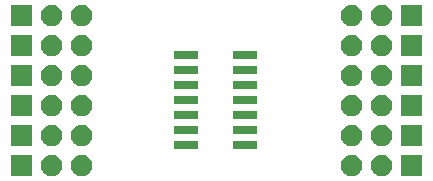
<source format=gts>
G04 #@! TF.GenerationSoftware,KiCad,Pcbnew,5.1.5+dfsg1-2build2*
G04 #@! TF.CreationDate,2021-02-08T17:23:34+09:00*
G04 #@! TF.ProjectId,v3-pwm-buffer,76332d70-776d-42d6-9275-666665722e6b,rev?*
G04 #@! TF.SameCoordinates,Original*
G04 #@! TF.FileFunction,Soldermask,Top*
G04 #@! TF.FilePolarity,Negative*
%FSLAX46Y46*%
G04 Gerber Fmt 4.6, Leading zero omitted, Abs format (unit mm)*
G04 Created by KiCad (PCBNEW 5.1.5+dfsg1-2build2) date 2021-02-08 17:23:34*
%MOMM*%
%LPD*%
G04 APERTURE LIST*
%ADD10C,0.100000*%
G04 APERTURE END LIST*
D10*
G36*
X54241000Y-56781000D02*
G01*
X52439000Y-56781000D01*
X52439000Y-54979000D01*
X54241000Y-54979000D01*
X54241000Y-56781000D01*
G37*
G36*
X83933512Y-54983927D02*
G01*
X84082812Y-55013624D01*
X84246784Y-55081544D01*
X84394354Y-55180147D01*
X84519853Y-55305646D01*
X84618456Y-55453216D01*
X84686376Y-55617188D01*
X84721000Y-55791259D01*
X84721000Y-55968741D01*
X84686376Y-56142812D01*
X84618456Y-56306784D01*
X84519853Y-56454354D01*
X84394354Y-56579853D01*
X84246784Y-56678456D01*
X84082812Y-56746376D01*
X83933512Y-56776073D01*
X83908742Y-56781000D01*
X83731258Y-56781000D01*
X83706488Y-56776073D01*
X83557188Y-56746376D01*
X83393216Y-56678456D01*
X83245646Y-56579853D01*
X83120147Y-56454354D01*
X83021544Y-56306784D01*
X82953624Y-56142812D01*
X82919000Y-55968741D01*
X82919000Y-55791259D01*
X82953624Y-55617188D01*
X83021544Y-55453216D01*
X83120147Y-55305646D01*
X83245646Y-55180147D01*
X83393216Y-55081544D01*
X83557188Y-55013624D01*
X83706488Y-54983927D01*
X83731258Y-54979000D01*
X83908742Y-54979000D01*
X83933512Y-54983927D01*
G37*
G36*
X81393512Y-54983927D02*
G01*
X81542812Y-55013624D01*
X81706784Y-55081544D01*
X81854354Y-55180147D01*
X81979853Y-55305646D01*
X82078456Y-55453216D01*
X82146376Y-55617188D01*
X82181000Y-55791259D01*
X82181000Y-55968741D01*
X82146376Y-56142812D01*
X82078456Y-56306784D01*
X81979853Y-56454354D01*
X81854354Y-56579853D01*
X81706784Y-56678456D01*
X81542812Y-56746376D01*
X81393512Y-56776073D01*
X81368742Y-56781000D01*
X81191258Y-56781000D01*
X81166488Y-56776073D01*
X81017188Y-56746376D01*
X80853216Y-56678456D01*
X80705646Y-56579853D01*
X80580147Y-56454354D01*
X80481544Y-56306784D01*
X80413624Y-56142812D01*
X80379000Y-55968741D01*
X80379000Y-55791259D01*
X80413624Y-55617188D01*
X80481544Y-55453216D01*
X80580147Y-55305646D01*
X80705646Y-55180147D01*
X80853216Y-55081544D01*
X81017188Y-55013624D01*
X81166488Y-54983927D01*
X81191258Y-54979000D01*
X81368742Y-54979000D01*
X81393512Y-54983927D01*
G37*
G36*
X87261000Y-56781000D02*
G01*
X85459000Y-56781000D01*
X85459000Y-54979000D01*
X87261000Y-54979000D01*
X87261000Y-56781000D01*
G37*
G36*
X55993512Y-54983927D02*
G01*
X56142812Y-55013624D01*
X56306784Y-55081544D01*
X56454354Y-55180147D01*
X56579853Y-55305646D01*
X56678456Y-55453216D01*
X56746376Y-55617188D01*
X56781000Y-55791259D01*
X56781000Y-55968741D01*
X56746376Y-56142812D01*
X56678456Y-56306784D01*
X56579853Y-56454354D01*
X56454354Y-56579853D01*
X56306784Y-56678456D01*
X56142812Y-56746376D01*
X55993512Y-56776073D01*
X55968742Y-56781000D01*
X55791258Y-56781000D01*
X55766488Y-56776073D01*
X55617188Y-56746376D01*
X55453216Y-56678456D01*
X55305646Y-56579853D01*
X55180147Y-56454354D01*
X55081544Y-56306784D01*
X55013624Y-56142812D01*
X54979000Y-55968741D01*
X54979000Y-55791259D01*
X55013624Y-55617188D01*
X55081544Y-55453216D01*
X55180147Y-55305646D01*
X55305646Y-55180147D01*
X55453216Y-55081544D01*
X55617188Y-55013624D01*
X55766488Y-54983927D01*
X55791258Y-54979000D01*
X55968742Y-54979000D01*
X55993512Y-54983927D01*
G37*
G36*
X58533512Y-54983927D02*
G01*
X58682812Y-55013624D01*
X58846784Y-55081544D01*
X58994354Y-55180147D01*
X59119853Y-55305646D01*
X59218456Y-55453216D01*
X59286376Y-55617188D01*
X59321000Y-55791259D01*
X59321000Y-55968741D01*
X59286376Y-56142812D01*
X59218456Y-56306784D01*
X59119853Y-56454354D01*
X58994354Y-56579853D01*
X58846784Y-56678456D01*
X58682812Y-56746376D01*
X58533512Y-56776073D01*
X58508742Y-56781000D01*
X58331258Y-56781000D01*
X58306488Y-56776073D01*
X58157188Y-56746376D01*
X57993216Y-56678456D01*
X57845646Y-56579853D01*
X57720147Y-56454354D01*
X57621544Y-56306784D01*
X57553624Y-56142812D01*
X57519000Y-55968741D01*
X57519000Y-55791259D01*
X57553624Y-55617188D01*
X57621544Y-55453216D01*
X57720147Y-55305646D01*
X57845646Y-55180147D01*
X57993216Y-55081544D01*
X58157188Y-55013624D01*
X58306488Y-54983927D01*
X58331258Y-54979000D01*
X58508742Y-54979000D01*
X58533512Y-54983927D01*
G37*
G36*
X68224929Y-53786765D02*
G01*
X68246010Y-53793161D01*
X68265446Y-53803549D01*
X68282477Y-53817525D01*
X68296453Y-53834556D01*
X68306841Y-53853992D01*
X68313237Y-53875073D01*
X68316001Y-53903141D01*
X68316001Y-54366861D01*
X68313237Y-54394929D01*
X68306841Y-54416010D01*
X68296453Y-54435446D01*
X68282477Y-54452477D01*
X68265446Y-54466453D01*
X68246010Y-54476841D01*
X68224929Y-54483237D01*
X68196861Y-54486001D01*
X66383141Y-54486001D01*
X66355073Y-54483237D01*
X66333992Y-54476841D01*
X66314556Y-54466453D01*
X66297525Y-54452477D01*
X66283549Y-54435446D01*
X66273161Y-54416010D01*
X66266765Y-54394929D01*
X66264001Y-54366861D01*
X66264001Y-53903141D01*
X66266765Y-53875073D01*
X66273161Y-53853992D01*
X66283549Y-53834556D01*
X66297525Y-53817525D01*
X66314556Y-53803549D01*
X66333992Y-53793161D01*
X66355073Y-53786765D01*
X66383141Y-53784001D01*
X68196861Y-53784001D01*
X68224929Y-53786765D01*
G37*
G36*
X73174929Y-53786765D02*
G01*
X73196010Y-53793161D01*
X73215446Y-53803549D01*
X73232477Y-53817525D01*
X73246453Y-53834556D01*
X73256841Y-53853992D01*
X73263237Y-53875073D01*
X73266001Y-53903141D01*
X73266001Y-54366861D01*
X73263237Y-54394929D01*
X73256841Y-54416010D01*
X73246453Y-54435446D01*
X73232477Y-54452477D01*
X73215446Y-54466453D01*
X73196010Y-54476841D01*
X73174929Y-54483237D01*
X73146861Y-54486001D01*
X71333141Y-54486001D01*
X71305073Y-54483237D01*
X71283992Y-54476841D01*
X71264556Y-54466453D01*
X71247525Y-54452477D01*
X71233549Y-54435446D01*
X71223161Y-54416010D01*
X71216765Y-54394929D01*
X71214001Y-54366861D01*
X71214001Y-53903141D01*
X71216765Y-53875073D01*
X71223161Y-53853992D01*
X71233549Y-53834556D01*
X71247525Y-53817525D01*
X71264556Y-53803549D01*
X71283992Y-53793161D01*
X71305073Y-53786765D01*
X71333141Y-53784001D01*
X73146861Y-53784001D01*
X73174929Y-53786765D01*
G37*
G36*
X87261000Y-54241000D02*
G01*
X85459000Y-54241000D01*
X85459000Y-52439000D01*
X87261000Y-52439000D01*
X87261000Y-54241000D01*
G37*
G36*
X54241000Y-54241000D02*
G01*
X52439000Y-54241000D01*
X52439000Y-52439000D01*
X54241000Y-52439000D01*
X54241000Y-54241000D01*
G37*
G36*
X55993512Y-52443927D02*
G01*
X56142812Y-52473624D01*
X56306784Y-52541544D01*
X56454354Y-52640147D01*
X56579853Y-52765646D01*
X56678456Y-52913216D01*
X56746376Y-53077188D01*
X56781000Y-53251259D01*
X56781000Y-53428741D01*
X56746376Y-53602812D01*
X56678456Y-53766784D01*
X56579853Y-53914354D01*
X56454354Y-54039853D01*
X56306784Y-54138456D01*
X56142812Y-54206376D01*
X55993512Y-54236073D01*
X55968742Y-54241000D01*
X55791258Y-54241000D01*
X55766488Y-54236073D01*
X55617188Y-54206376D01*
X55453216Y-54138456D01*
X55305646Y-54039853D01*
X55180147Y-53914354D01*
X55081544Y-53766784D01*
X55013624Y-53602812D01*
X54979000Y-53428741D01*
X54979000Y-53251259D01*
X55013624Y-53077188D01*
X55081544Y-52913216D01*
X55180147Y-52765646D01*
X55305646Y-52640147D01*
X55453216Y-52541544D01*
X55617188Y-52473624D01*
X55766488Y-52443927D01*
X55791258Y-52439000D01*
X55968742Y-52439000D01*
X55993512Y-52443927D01*
G37*
G36*
X58533512Y-52443927D02*
G01*
X58682812Y-52473624D01*
X58846784Y-52541544D01*
X58994354Y-52640147D01*
X59119853Y-52765646D01*
X59218456Y-52913216D01*
X59286376Y-53077188D01*
X59321000Y-53251259D01*
X59321000Y-53428741D01*
X59286376Y-53602812D01*
X59218456Y-53766784D01*
X59119853Y-53914354D01*
X58994354Y-54039853D01*
X58846784Y-54138456D01*
X58682812Y-54206376D01*
X58533512Y-54236073D01*
X58508742Y-54241000D01*
X58331258Y-54241000D01*
X58306488Y-54236073D01*
X58157188Y-54206376D01*
X57993216Y-54138456D01*
X57845646Y-54039853D01*
X57720147Y-53914354D01*
X57621544Y-53766784D01*
X57553624Y-53602812D01*
X57519000Y-53428741D01*
X57519000Y-53251259D01*
X57553624Y-53077188D01*
X57621544Y-52913216D01*
X57720147Y-52765646D01*
X57845646Y-52640147D01*
X57993216Y-52541544D01*
X58157188Y-52473624D01*
X58306488Y-52443927D01*
X58331258Y-52439000D01*
X58508742Y-52439000D01*
X58533512Y-52443927D01*
G37*
G36*
X83933512Y-52443927D02*
G01*
X84082812Y-52473624D01*
X84246784Y-52541544D01*
X84394354Y-52640147D01*
X84519853Y-52765646D01*
X84618456Y-52913216D01*
X84686376Y-53077188D01*
X84721000Y-53251259D01*
X84721000Y-53428741D01*
X84686376Y-53602812D01*
X84618456Y-53766784D01*
X84519853Y-53914354D01*
X84394354Y-54039853D01*
X84246784Y-54138456D01*
X84082812Y-54206376D01*
X83933512Y-54236073D01*
X83908742Y-54241000D01*
X83731258Y-54241000D01*
X83706488Y-54236073D01*
X83557188Y-54206376D01*
X83393216Y-54138456D01*
X83245646Y-54039853D01*
X83120147Y-53914354D01*
X83021544Y-53766784D01*
X82953624Y-53602812D01*
X82919000Y-53428741D01*
X82919000Y-53251259D01*
X82953624Y-53077188D01*
X83021544Y-52913216D01*
X83120147Y-52765646D01*
X83245646Y-52640147D01*
X83393216Y-52541544D01*
X83557188Y-52473624D01*
X83706488Y-52443927D01*
X83731258Y-52439000D01*
X83908742Y-52439000D01*
X83933512Y-52443927D01*
G37*
G36*
X81393512Y-52443927D02*
G01*
X81542812Y-52473624D01*
X81706784Y-52541544D01*
X81854354Y-52640147D01*
X81979853Y-52765646D01*
X82078456Y-52913216D01*
X82146376Y-53077188D01*
X82181000Y-53251259D01*
X82181000Y-53428741D01*
X82146376Y-53602812D01*
X82078456Y-53766784D01*
X81979853Y-53914354D01*
X81854354Y-54039853D01*
X81706784Y-54138456D01*
X81542812Y-54206376D01*
X81393512Y-54236073D01*
X81368742Y-54241000D01*
X81191258Y-54241000D01*
X81166488Y-54236073D01*
X81017188Y-54206376D01*
X80853216Y-54138456D01*
X80705646Y-54039853D01*
X80580147Y-53914354D01*
X80481544Y-53766784D01*
X80413624Y-53602812D01*
X80379000Y-53428741D01*
X80379000Y-53251259D01*
X80413624Y-53077188D01*
X80481544Y-52913216D01*
X80580147Y-52765646D01*
X80705646Y-52640147D01*
X80853216Y-52541544D01*
X81017188Y-52473624D01*
X81166488Y-52443927D01*
X81191258Y-52439000D01*
X81368742Y-52439000D01*
X81393512Y-52443927D01*
G37*
G36*
X73174929Y-52516765D02*
G01*
X73196010Y-52523161D01*
X73215446Y-52533549D01*
X73232477Y-52547525D01*
X73246453Y-52564556D01*
X73256841Y-52583992D01*
X73263237Y-52605073D01*
X73266001Y-52633141D01*
X73266001Y-53096861D01*
X73263237Y-53124929D01*
X73256841Y-53146010D01*
X73246453Y-53165446D01*
X73232477Y-53182477D01*
X73215446Y-53196453D01*
X73196010Y-53206841D01*
X73174929Y-53213237D01*
X73146861Y-53216001D01*
X71333141Y-53216001D01*
X71305073Y-53213237D01*
X71283992Y-53206841D01*
X71264556Y-53196453D01*
X71247525Y-53182477D01*
X71233549Y-53165446D01*
X71223161Y-53146010D01*
X71216765Y-53124929D01*
X71214001Y-53096861D01*
X71214001Y-52633141D01*
X71216765Y-52605073D01*
X71223161Y-52583992D01*
X71233549Y-52564556D01*
X71247525Y-52547525D01*
X71264556Y-52533549D01*
X71283992Y-52523161D01*
X71305073Y-52516765D01*
X71333141Y-52514001D01*
X73146861Y-52514001D01*
X73174929Y-52516765D01*
G37*
G36*
X68224929Y-52516765D02*
G01*
X68246010Y-52523161D01*
X68265446Y-52533549D01*
X68282477Y-52547525D01*
X68296453Y-52564556D01*
X68306841Y-52583992D01*
X68313237Y-52605073D01*
X68316001Y-52633141D01*
X68316001Y-53096861D01*
X68313237Y-53124929D01*
X68306841Y-53146010D01*
X68296453Y-53165446D01*
X68282477Y-53182477D01*
X68265446Y-53196453D01*
X68246010Y-53206841D01*
X68224929Y-53213237D01*
X68196861Y-53216001D01*
X66383141Y-53216001D01*
X66355073Y-53213237D01*
X66333992Y-53206841D01*
X66314556Y-53196453D01*
X66297525Y-53182477D01*
X66283549Y-53165446D01*
X66273161Y-53146010D01*
X66266765Y-53124929D01*
X66264001Y-53096861D01*
X66264001Y-52633141D01*
X66266765Y-52605073D01*
X66273161Y-52583992D01*
X66283549Y-52564556D01*
X66297525Y-52547525D01*
X66314556Y-52533549D01*
X66333992Y-52523161D01*
X66355073Y-52516765D01*
X66383141Y-52514001D01*
X68196861Y-52514001D01*
X68224929Y-52516765D01*
G37*
G36*
X68224929Y-51246765D02*
G01*
X68246010Y-51253161D01*
X68265446Y-51263549D01*
X68282477Y-51277525D01*
X68296453Y-51294556D01*
X68306841Y-51313992D01*
X68313237Y-51335073D01*
X68316001Y-51363141D01*
X68316001Y-51826861D01*
X68313237Y-51854929D01*
X68306841Y-51876010D01*
X68296453Y-51895446D01*
X68282477Y-51912477D01*
X68265446Y-51926453D01*
X68246010Y-51936841D01*
X68224929Y-51943237D01*
X68196861Y-51946001D01*
X66383141Y-51946001D01*
X66355073Y-51943237D01*
X66333992Y-51936841D01*
X66314556Y-51926453D01*
X66297525Y-51912477D01*
X66283549Y-51895446D01*
X66273161Y-51876010D01*
X66266765Y-51854929D01*
X66264001Y-51826861D01*
X66264001Y-51363141D01*
X66266765Y-51335073D01*
X66273161Y-51313992D01*
X66283549Y-51294556D01*
X66297525Y-51277525D01*
X66314556Y-51263549D01*
X66333992Y-51253161D01*
X66355073Y-51246765D01*
X66383141Y-51244001D01*
X68196861Y-51244001D01*
X68224929Y-51246765D01*
G37*
G36*
X73174929Y-51246765D02*
G01*
X73196010Y-51253161D01*
X73215446Y-51263549D01*
X73232477Y-51277525D01*
X73246453Y-51294556D01*
X73256841Y-51313992D01*
X73263237Y-51335073D01*
X73266001Y-51363141D01*
X73266001Y-51826861D01*
X73263237Y-51854929D01*
X73256841Y-51876010D01*
X73246453Y-51895446D01*
X73232477Y-51912477D01*
X73215446Y-51926453D01*
X73196010Y-51936841D01*
X73174929Y-51943237D01*
X73146861Y-51946001D01*
X71333141Y-51946001D01*
X71305073Y-51943237D01*
X71283992Y-51936841D01*
X71264556Y-51926453D01*
X71247525Y-51912477D01*
X71233549Y-51895446D01*
X71223161Y-51876010D01*
X71216765Y-51854929D01*
X71214001Y-51826861D01*
X71214001Y-51363141D01*
X71216765Y-51335073D01*
X71223161Y-51313992D01*
X71233549Y-51294556D01*
X71247525Y-51277525D01*
X71264556Y-51263549D01*
X71283992Y-51253161D01*
X71305073Y-51246765D01*
X71333141Y-51244001D01*
X73146861Y-51244001D01*
X73174929Y-51246765D01*
G37*
G36*
X87261000Y-51701000D02*
G01*
X85459000Y-51701000D01*
X85459000Y-49899000D01*
X87261000Y-49899000D01*
X87261000Y-51701000D01*
G37*
G36*
X54241000Y-51701000D02*
G01*
X52439000Y-51701000D01*
X52439000Y-49899000D01*
X54241000Y-49899000D01*
X54241000Y-51701000D01*
G37*
G36*
X83933512Y-49903927D02*
G01*
X84082812Y-49933624D01*
X84246784Y-50001544D01*
X84394354Y-50100147D01*
X84519853Y-50225646D01*
X84618456Y-50373216D01*
X84686376Y-50537188D01*
X84721000Y-50711259D01*
X84721000Y-50888741D01*
X84686376Y-51062812D01*
X84618456Y-51226784D01*
X84519853Y-51374354D01*
X84394354Y-51499853D01*
X84246784Y-51598456D01*
X84082812Y-51666376D01*
X83933512Y-51696073D01*
X83908742Y-51701000D01*
X83731258Y-51701000D01*
X83706488Y-51696073D01*
X83557188Y-51666376D01*
X83393216Y-51598456D01*
X83245646Y-51499853D01*
X83120147Y-51374354D01*
X83021544Y-51226784D01*
X82953624Y-51062812D01*
X82919000Y-50888741D01*
X82919000Y-50711259D01*
X82953624Y-50537188D01*
X83021544Y-50373216D01*
X83120147Y-50225646D01*
X83245646Y-50100147D01*
X83393216Y-50001544D01*
X83557188Y-49933624D01*
X83706488Y-49903927D01*
X83731258Y-49899000D01*
X83908742Y-49899000D01*
X83933512Y-49903927D01*
G37*
G36*
X81393512Y-49903927D02*
G01*
X81542812Y-49933624D01*
X81706784Y-50001544D01*
X81854354Y-50100147D01*
X81979853Y-50225646D01*
X82078456Y-50373216D01*
X82146376Y-50537188D01*
X82181000Y-50711259D01*
X82181000Y-50888741D01*
X82146376Y-51062812D01*
X82078456Y-51226784D01*
X81979853Y-51374354D01*
X81854354Y-51499853D01*
X81706784Y-51598456D01*
X81542812Y-51666376D01*
X81393512Y-51696073D01*
X81368742Y-51701000D01*
X81191258Y-51701000D01*
X81166488Y-51696073D01*
X81017188Y-51666376D01*
X80853216Y-51598456D01*
X80705646Y-51499853D01*
X80580147Y-51374354D01*
X80481544Y-51226784D01*
X80413624Y-51062812D01*
X80379000Y-50888741D01*
X80379000Y-50711259D01*
X80413624Y-50537188D01*
X80481544Y-50373216D01*
X80580147Y-50225646D01*
X80705646Y-50100147D01*
X80853216Y-50001544D01*
X81017188Y-49933624D01*
X81166488Y-49903927D01*
X81191258Y-49899000D01*
X81368742Y-49899000D01*
X81393512Y-49903927D01*
G37*
G36*
X58533512Y-49903927D02*
G01*
X58682812Y-49933624D01*
X58846784Y-50001544D01*
X58994354Y-50100147D01*
X59119853Y-50225646D01*
X59218456Y-50373216D01*
X59286376Y-50537188D01*
X59321000Y-50711259D01*
X59321000Y-50888741D01*
X59286376Y-51062812D01*
X59218456Y-51226784D01*
X59119853Y-51374354D01*
X58994354Y-51499853D01*
X58846784Y-51598456D01*
X58682812Y-51666376D01*
X58533512Y-51696073D01*
X58508742Y-51701000D01*
X58331258Y-51701000D01*
X58306488Y-51696073D01*
X58157188Y-51666376D01*
X57993216Y-51598456D01*
X57845646Y-51499853D01*
X57720147Y-51374354D01*
X57621544Y-51226784D01*
X57553624Y-51062812D01*
X57519000Y-50888741D01*
X57519000Y-50711259D01*
X57553624Y-50537188D01*
X57621544Y-50373216D01*
X57720147Y-50225646D01*
X57845646Y-50100147D01*
X57993216Y-50001544D01*
X58157188Y-49933624D01*
X58306488Y-49903927D01*
X58331258Y-49899000D01*
X58508742Y-49899000D01*
X58533512Y-49903927D01*
G37*
G36*
X55993512Y-49903927D02*
G01*
X56142812Y-49933624D01*
X56306784Y-50001544D01*
X56454354Y-50100147D01*
X56579853Y-50225646D01*
X56678456Y-50373216D01*
X56746376Y-50537188D01*
X56781000Y-50711259D01*
X56781000Y-50888741D01*
X56746376Y-51062812D01*
X56678456Y-51226784D01*
X56579853Y-51374354D01*
X56454354Y-51499853D01*
X56306784Y-51598456D01*
X56142812Y-51666376D01*
X55993512Y-51696073D01*
X55968742Y-51701000D01*
X55791258Y-51701000D01*
X55766488Y-51696073D01*
X55617188Y-51666376D01*
X55453216Y-51598456D01*
X55305646Y-51499853D01*
X55180147Y-51374354D01*
X55081544Y-51226784D01*
X55013624Y-51062812D01*
X54979000Y-50888741D01*
X54979000Y-50711259D01*
X55013624Y-50537188D01*
X55081544Y-50373216D01*
X55180147Y-50225646D01*
X55305646Y-50100147D01*
X55453216Y-50001544D01*
X55617188Y-49933624D01*
X55766488Y-49903927D01*
X55791258Y-49899000D01*
X55968742Y-49899000D01*
X55993512Y-49903927D01*
G37*
G36*
X68224929Y-49976765D02*
G01*
X68246010Y-49983161D01*
X68265446Y-49993549D01*
X68282477Y-50007525D01*
X68296453Y-50024556D01*
X68306841Y-50043992D01*
X68313237Y-50065073D01*
X68316001Y-50093141D01*
X68316001Y-50556861D01*
X68313237Y-50584929D01*
X68306841Y-50606010D01*
X68296453Y-50625446D01*
X68282477Y-50642477D01*
X68265446Y-50656453D01*
X68246010Y-50666841D01*
X68224929Y-50673237D01*
X68196861Y-50676001D01*
X66383141Y-50676001D01*
X66355073Y-50673237D01*
X66333992Y-50666841D01*
X66314556Y-50656453D01*
X66297525Y-50642477D01*
X66283549Y-50625446D01*
X66273161Y-50606010D01*
X66266765Y-50584929D01*
X66264001Y-50556861D01*
X66264001Y-50093141D01*
X66266765Y-50065073D01*
X66273161Y-50043992D01*
X66283549Y-50024556D01*
X66297525Y-50007525D01*
X66314556Y-49993549D01*
X66333992Y-49983161D01*
X66355073Y-49976765D01*
X66383141Y-49974001D01*
X68196861Y-49974001D01*
X68224929Y-49976765D01*
G37*
G36*
X73174929Y-49976765D02*
G01*
X73196010Y-49983161D01*
X73215446Y-49993549D01*
X73232477Y-50007525D01*
X73246453Y-50024556D01*
X73256841Y-50043992D01*
X73263237Y-50065073D01*
X73266001Y-50093141D01*
X73266001Y-50556861D01*
X73263237Y-50584929D01*
X73256841Y-50606010D01*
X73246453Y-50625446D01*
X73232477Y-50642477D01*
X73215446Y-50656453D01*
X73196010Y-50666841D01*
X73174929Y-50673237D01*
X73146861Y-50676001D01*
X71333141Y-50676001D01*
X71305073Y-50673237D01*
X71283992Y-50666841D01*
X71264556Y-50656453D01*
X71247525Y-50642477D01*
X71233549Y-50625446D01*
X71223161Y-50606010D01*
X71216765Y-50584929D01*
X71214001Y-50556861D01*
X71214001Y-50093141D01*
X71216765Y-50065073D01*
X71223161Y-50043992D01*
X71233549Y-50024556D01*
X71247525Y-50007525D01*
X71264556Y-49993549D01*
X71283992Y-49983161D01*
X71305073Y-49976765D01*
X71333141Y-49974001D01*
X73146861Y-49974001D01*
X73174929Y-49976765D01*
G37*
G36*
X73174929Y-48706765D02*
G01*
X73196010Y-48713161D01*
X73215446Y-48723549D01*
X73232477Y-48737525D01*
X73246453Y-48754556D01*
X73256841Y-48773992D01*
X73263237Y-48795073D01*
X73266001Y-48823141D01*
X73266001Y-49286861D01*
X73263237Y-49314929D01*
X73256841Y-49336010D01*
X73246453Y-49355446D01*
X73232477Y-49372477D01*
X73215446Y-49386453D01*
X73196010Y-49396841D01*
X73174929Y-49403237D01*
X73146861Y-49406001D01*
X71333141Y-49406001D01*
X71305073Y-49403237D01*
X71283992Y-49396841D01*
X71264556Y-49386453D01*
X71247525Y-49372477D01*
X71233549Y-49355446D01*
X71223161Y-49336010D01*
X71216765Y-49314929D01*
X71214001Y-49286861D01*
X71214001Y-48823141D01*
X71216765Y-48795073D01*
X71223161Y-48773992D01*
X71233549Y-48754556D01*
X71247525Y-48737525D01*
X71264556Y-48723549D01*
X71283992Y-48713161D01*
X71305073Y-48706765D01*
X71333141Y-48704001D01*
X73146861Y-48704001D01*
X73174929Y-48706765D01*
G37*
G36*
X68224929Y-48706765D02*
G01*
X68246010Y-48713161D01*
X68265446Y-48723549D01*
X68282477Y-48737525D01*
X68296453Y-48754556D01*
X68306841Y-48773992D01*
X68313237Y-48795073D01*
X68316001Y-48823141D01*
X68316001Y-49286861D01*
X68313237Y-49314929D01*
X68306841Y-49336010D01*
X68296453Y-49355446D01*
X68282477Y-49372477D01*
X68265446Y-49386453D01*
X68246010Y-49396841D01*
X68224929Y-49403237D01*
X68196861Y-49406001D01*
X66383141Y-49406001D01*
X66355073Y-49403237D01*
X66333992Y-49396841D01*
X66314556Y-49386453D01*
X66297525Y-49372477D01*
X66283549Y-49355446D01*
X66273161Y-49336010D01*
X66266765Y-49314929D01*
X66264001Y-49286861D01*
X66264001Y-48823141D01*
X66266765Y-48795073D01*
X66273161Y-48773992D01*
X66283549Y-48754556D01*
X66297525Y-48737525D01*
X66314556Y-48723549D01*
X66333992Y-48713161D01*
X66355073Y-48706765D01*
X66383141Y-48704001D01*
X68196861Y-48704001D01*
X68224929Y-48706765D01*
G37*
G36*
X87261000Y-49161000D02*
G01*
X85459000Y-49161000D01*
X85459000Y-47359000D01*
X87261000Y-47359000D01*
X87261000Y-49161000D01*
G37*
G36*
X58533512Y-47363927D02*
G01*
X58682812Y-47393624D01*
X58846784Y-47461544D01*
X58994354Y-47560147D01*
X59119853Y-47685646D01*
X59218456Y-47833216D01*
X59286376Y-47997188D01*
X59321000Y-48171259D01*
X59321000Y-48348741D01*
X59286376Y-48522812D01*
X59218456Y-48686784D01*
X59119853Y-48834354D01*
X58994354Y-48959853D01*
X58846784Y-49058456D01*
X58682812Y-49126376D01*
X58533512Y-49156073D01*
X58508742Y-49161000D01*
X58331258Y-49161000D01*
X58306488Y-49156073D01*
X58157188Y-49126376D01*
X57993216Y-49058456D01*
X57845646Y-48959853D01*
X57720147Y-48834354D01*
X57621544Y-48686784D01*
X57553624Y-48522812D01*
X57519000Y-48348741D01*
X57519000Y-48171259D01*
X57553624Y-47997188D01*
X57621544Y-47833216D01*
X57720147Y-47685646D01*
X57845646Y-47560147D01*
X57993216Y-47461544D01*
X58157188Y-47393624D01*
X58306488Y-47363927D01*
X58331258Y-47359000D01*
X58508742Y-47359000D01*
X58533512Y-47363927D01*
G37*
G36*
X55993512Y-47363927D02*
G01*
X56142812Y-47393624D01*
X56306784Y-47461544D01*
X56454354Y-47560147D01*
X56579853Y-47685646D01*
X56678456Y-47833216D01*
X56746376Y-47997188D01*
X56781000Y-48171259D01*
X56781000Y-48348741D01*
X56746376Y-48522812D01*
X56678456Y-48686784D01*
X56579853Y-48834354D01*
X56454354Y-48959853D01*
X56306784Y-49058456D01*
X56142812Y-49126376D01*
X55993512Y-49156073D01*
X55968742Y-49161000D01*
X55791258Y-49161000D01*
X55766488Y-49156073D01*
X55617188Y-49126376D01*
X55453216Y-49058456D01*
X55305646Y-48959853D01*
X55180147Y-48834354D01*
X55081544Y-48686784D01*
X55013624Y-48522812D01*
X54979000Y-48348741D01*
X54979000Y-48171259D01*
X55013624Y-47997188D01*
X55081544Y-47833216D01*
X55180147Y-47685646D01*
X55305646Y-47560147D01*
X55453216Y-47461544D01*
X55617188Y-47393624D01*
X55766488Y-47363927D01*
X55791258Y-47359000D01*
X55968742Y-47359000D01*
X55993512Y-47363927D01*
G37*
G36*
X54241000Y-49161000D02*
G01*
X52439000Y-49161000D01*
X52439000Y-47359000D01*
X54241000Y-47359000D01*
X54241000Y-49161000D01*
G37*
G36*
X81393512Y-47363927D02*
G01*
X81542812Y-47393624D01*
X81706784Y-47461544D01*
X81854354Y-47560147D01*
X81979853Y-47685646D01*
X82078456Y-47833216D01*
X82146376Y-47997188D01*
X82181000Y-48171259D01*
X82181000Y-48348741D01*
X82146376Y-48522812D01*
X82078456Y-48686784D01*
X81979853Y-48834354D01*
X81854354Y-48959853D01*
X81706784Y-49058456D01*
X81542812Y-49126376D01*
X81393512Y-49156073D01*
X81368742Y-49161000D01*
X81191258Y-49161000D01*
X81166488Y-49156073D01*
X81017188Y-49126376D01*
X80853216Y-49058456D01*
X80705646Y-48959853D01*
X80580147Y-48834354D01*
X80481544Y-48686784D01*
X80413624Y-48522812D01*
X80379000Y-48348741D01*
X80379000Y-48171259D01*
X80413624Y-47997188D01*
X80481544Y-47833216D01*
X80580147Y-47685646D01*
X80705646Y-47560147D01*
X80853216Y-47461544D01*
X81017188Y-47393624D01*
X81166488Y-47363927D01*
X81191258Y-47359000D01*
X81368742Y-47359000D01*
X81393512Y-47363927D01*
G37*
G36*
X83933512Y-47363927D02*
G01*
X84082812Y-47393624D01*
X84246784Y-47461544D01*
X84394354Y-47560147D01*
X84519853Y-47685646D01*
X84618456Y-47833216D01*
X84686376Y-47997188D01*
X84721000Y-48171259D01*
X84721000Y-48348741D01*
X84686376Y-48522812D01*
X84618456Y-48686784D01*
X84519853Y-48834354D01*
X84394354Y-48959853D01*
X84246784Y-49058456D01*
X84082812Y-49126376D01*
X83933512Y-49156073D01*
X83908742Y-49161000D01*
X83731258Y-49161000D01*
X83706488Y-49156073D01*
X83557188Y-49126376D01*
X83393216Y-49058456D01*
X83245646Y-48959853D01*
X83120147Y-48834354D01*
X83021544Y-48686784D01*
X82953624Y-48522812D01*
X82919000Y-48348741D01*
X82919000Y-48171259D01*
X82953624Y-47997188D01*
X83021544Y-47833216D01*
X83120147Y-47685646D01*
X83245646Y-47560147D01*
X83393216Y-47461544D01*
X83557188Y-47393624D01*
X83706488Y-47363927D01*
X83731258Y-47359000D01*
X83908742Y-47359000D01*
X83933512Y-47363927D01*
G37*
G36*
X68224929Y-47436765D02*
G01*
X68246010Y-47443161D01*
X68265446Y-47453549D01*
X68282477Y-47467525D01*
X68296453Y-47484556D01*
X68306841Y-47503992D01*
X68313237Y-47525073D01*
X68316001Y-47553141D01*
X68316001Y-48016861D01*
X68313237Y-48044929D01*
X68306841Y-48066010D01*
X68296453Y-48085446D01*
X68282477Y-48102477D01*
X68265446Y-48116453D01*
X68246010Y-48126841D01*
X68224929Y-48133237D01*
X68196861Y-48136001D01*
X66383141Y-48136001D01*
X66355073Y-48133237D01*
X66333992Y-48126841D01*
X66314556Y-48116453D01*
X66297525Y-48102477D01*
X66283549Y-48085446D01*
X66273161Y-48066010D01*
X66266765Y-48044929D01*
X66264001Y-48016861D01*
X66264001Y-47553141D01*
X66266765Y-47525073D01*
X66273161Y-47503992D01*
X66283549Y-47484556D01*
X66297525Y-47467525D01*
X66314556Y-47453549D01*
X66333992Y-47443161D01*
X66355073Y-47436765D01*
X66383141Y-47434001D01*
X68196861Y-47434001D01*
X68224929Y-47436765D01*
G37*
G36*
X73174929Y-47436765D02*
G01*
X73196010Y-47443161D01*
X73215446Y-47453549D01*
X73232477Y-47467525D01*
X73246453Y-47484556D01*
X73256841Y-47503992D01*
X73263237Y-47525073D01*
X73266001Y-47553141D01*
X73266001Y-48016861D01*
X73263237Y-48044929D01*
X73256841Y-48066010D01*
X73246453Y-48085446D01*
X73232477Y-48102477D01*
X73215446Y-48116453D01*
X73196010Y-48126841D01*
X73174929Y-48133237D01*
X73146861Y-48136001D01*
X71333141Y-48136001D01*
X71305073Y-48133237D01*
X71283992Y-48126841D01*
X71264556Y-48116453D01*
X71247525Y-48102477D01*
X71233549Y-48085446D01*
X71223161Y-48066010D01*
X71216765Y-48044929D01*
X71214001Y-48016861D01*
X71214001Y-47553141D01*
X71216765Y-47525073D01*
X71223161Y-47503992D01*
X71233549Y-47484556D01*
X71247525Y-47467525D01*
X71264556Y-47453549D01*
X71283992Y-47443161D01*
X71305073Y-47436765D01*
X71333141Y-47434001D01*
X73146861Y-47434001D01*
X73174929Y-47436765D01*
G37*
G36*
X73174929Y-46166765D02*
G01*
X73196010Y-46173161D01*
X73215446Y-46183549D01*
X73232477Y-46197525D01*
X73246453Y-46214556D01*
X73256841Y-46233992D01*
X73263237Y-46255073D01*
X73266001Y-46283141D01*
X73266001Y-46746861D01*
X73263237Y-46774929D01*
X73256841Y-46796010D01*
X73246453Y-46815446D01*
X73232477Y-46832477D01*
X73215446Y-46846453D01*
X73196010Y-46856841D01*
X73174929Y-46863237D01*
X73146861Y-46866001D01*
X71333141Y-46866001D01*
X71305073Y-46863237D01*
X71283992Y-46856841D01*
X71264556Y-46846453D01*
X71247525Y-46832477D01*
X71233549Y-46815446D01*
X71223161Y-46796010D01*
X71216765Y-46774929D01*
X71214001Y-46746861D01*
X71214001Y-46283141D01*
X71216765Y-46255073D01*
X71223161Y-46233992D01*
X71233549Y-46214556D01*
X71247525Y-46197525D01*
X71264556Y-46183549D01*
X71283992Y-46173161D01*
X71305073Y-46166765D01*
X71333141Y-46164001D01*
X73146861Y-46164001D01*
X73174929Y-46166765D01*
G37*
G36*
X68224929Y-46166765D02*
G01*
X68246010Y-46173161D01*
X68265446Y-46183549D01*
X68282477Y-46197525D01*
X68296453Y-46214556D01*
X68306841Y-46233992D01*
X68313237Y-46255073D01*
X68316001Y-46283141D01*
X68316001Y-46746861D01*
X68313237Y-46774929D01*
X68306841Y-46796010D01*
X68296453Y-46815446D01*
X68282477Y-46832477D01*
X68265446Y-46846453D01*
X68246010Y-46856841D01*
X68224929Y-46863237D01*
X68196861Y-46866001D01*
X66383141Y-46866001D01*
X66355073Y-46863237D01*
X66333992Y-46856841D01*
X66314556Y-46846453D01*
X66297525Y-46832477D01*
X66283549Y-46815446D01*
X66273161Y-46796010D01*
X66266765Y-46774929D01*
X66264001Y-46746861D01*
X66264001Y-46283141D01*
X66266765Y-46255073D01*
X66273161Y-46233992D01*
X66283549Y-46214556D01*
X66297525Y-46197525D01*
X66314556Y-46183549D01*
X66333992Y-46173161D01*
X66355073Y-46166765D01*
X66383141Y-46164001D01*
X68196861Y-46164001D01*
X68224929Y-46166765D01*
G37*
G36*
X81393512Y-44823927D02*
G01*
X81542812Y-44853624D01*
X81706784Y-44921544D01*
X81854354Y-45020147D01*
X81979853Y-45145646D01*
X82078456Y-45293216D01*
X82146376Y-45457188D01*
X82181000Y-45631259D01*
X82181000Y-45808741D01*
X82146376Y-45982812D01*
X82078456Y-46146784D01*
X81979853Y-46294354D01*
X81854354Y-46419853D01*
X81706784Y-46518456D01*
X81542812Y-46586376D01*
X81393512Y-46616073D01*
X81368742Y-46621000D01*
X81191258Y-46621000D01*
X81166488Y-46616073D01*
X81017188Y-46586376D01*
X80853216Y-46518456D01*
X80705646Y-46419853D01*
X80580147Y-46294354D01*
X80481544Y-46146784D01*
X80413624Y-45982812D01*
X80379000Y-45808741D01*
X80379000Y-45631259D01*
X80413624Y-45457188D01*
X80481544Y-45293216D01*
X80580147Y-45145646D01*
X80705646Y-45020147D01*
X80853216Y-44921544D01*
X81017188Y-44853624D01*
X81166488Y-44823927D01*
X81191258Y-44819000D01*
X81368742Y-44819000D01*
X81393512Y-44823927D01*
G37*
G36*
X83933512Y-44823927D02*
G01*
X84082812Y-44853624D01*
X84246784Y-44921544D01*
X84394354Y-45020147D01*
X84519853Y-45145646D01*
X84618456Y-45293216D01*
X84686376Y-45457188D01*
X84721000Y-45631259D01*
X84721000Y-45808741D01*
X84686376Y-45982812D01*
X84618456Y-46146784D01*
X84519853Y-46294354D01*
X84394354Y-46419853D01*
X84246784Y-46518456D01*
X84082812Y-46586376D01*
X83933512Y-46616073D01*
X83908742Y-46621000D01*
X83731258Y-46621000D01*
X83706488Y-46616073D01*
X83557188Y-46586376D01*
X83393216Y-46518456D01*
X83245646Y-46419853D01*
X83120147Y-46294354D01*
X83021544Y-46146784D01*
X82953624Y-45982812D01*
X82919000Y-45808741D01*
X82919000Y-45631259D01*
X82953624Y-45457188D01*
X83021544Y-45293216D01*
X83120147Y-45145646D01*
X83245646Y-45020147D01*
X83393216Y-44921544D01*
X83557188Y-44853624D01*
X83706488Y-44823927D01*
X83731258Y-44819000D01*
X83908742Y-44819000D01*
X83933512Y-44823927D01*
G37*
G36*
X87261000Y-46621000D02*
G01*
X85459000Y-46621000D01*
X85459000Y-44819000D01*
X87261000Y-44819000D01*
X87261000Y-46621000D01*
G37*
G36*
X54241000Y-46621000D02*
G01*
X52439000Y-46621000D01*
X52439000Y-44819000D01*
X54241000Y-44819000D01*
X54241000Y-46621000D01*
G37*
G36*
X55993512Y-44823927D02*
G01*
X56142812Y-44853624D01*
X56306784Y-44921544D01*
X56454354Y-45020147D01*
X56579853Y-45145646D01*
X56678456Y-45293216D01*
X56746376Y-45457188D01*
X56781000Y-45631259D01*
X56781000Y-45808741D01*
X56746376Y-45982812D01*
X56678456Y-46146784D01*
X56579853Y-46294354D01*
X56454354Y-46419853D01*
X56306784Y-46518456D01*
X56142812Y-46586376D01*
X55993512Y-46616073D01*
X55968742Y-46621000D01*
X55791258Y-46621000D01*
X55766488Y-46616073D01*
X55617188Y-46586376D01*
X55453216Y-46518456D01*
X55305646Y-46419853D01*
X55180147Y-46294354D01*
X55081544Y-46146784D01*
X55013624Y-45982812D01*
X54979000Y-45808741D01*
X54979000Y-45631259D01*
X55013624Y-45457188D01*
X55081544Y-45293216D01*
X55180147Y-45145646D01*
X55305646Y-45020147D01*
X55453216Y-44921544D01*
X55617188Y-44853624D01*
X55766488Y-44823927D01*
X55791258Y-44819000D01*
X55968742Y-44819000D01*
X55993512Y-44823927D01*
G37*
G36*
X58533512Y-44823927D02*
G01*
X58682812Y-44853624D01*
X58846784Y-44921544D01*
X58994354Y-45020147D01*
X59119853Y-45145646D01*
X59218456Y-45293216D01*
X59286376Y-45457188D01*
X59321000Y-45631259D01*
X59321000Y-45808741D01*
X59286376Y-45982812D01*
X59218456Y-46146784D01*
X59119853Y-46294354D01*
X58994354Y-46419853D01*
X58846784Y-46518456D01*
X58682812Y-46586376D01*
X58533512Y-46616073D01*
X58508742Y-46621000D01*
X58331258Y-46621000D01*
X58306488Y-46616073D01*
X58157188Y-46586376D01*
X57993216Y-46518456D01*
X57845646Y-46419853D01*
X57720147Y-46294354D01*
X57621544Y-46146784D01*
X57553624Y-45982812D01*
X57519000Y-45808741D01*
X57519000Y-45631259D01*
X57553624Y-45457188D01*
X57621544Y-45293216D01*
X57720147Y-45145646D01*
X57845646Y-45020147D01*
X57993216Y-44921544D01*
X58157188Y-44853624D01*
X58306488Y-44823927D01*
X58331258Y-44819000D01*
X58508742Y-44819000D01*
X58533512Y-44823927D01*
G37*
G36*
X58533512Y-42283927D02*
G01*
X58682812Y-42313624D01*
X58846784Y-42381544D01*
X58994354Y-42480147D01*
X59119853Y-42605646D01*
X59218456Y-42753216D01*
X59286376Y-42917188D01*
X59321000Y-43091259D01*
X59321000Y-43268741D01*
X59286376Y-43442812D01*
X59218456Y-43606784D01*
X59119853Y-43754354D01*
X58994354Y-43879853D01*
X58846784Y-43978456D01*
X58682812Y-44046376D01*
X58533512Y-44076073D01*
X58508742Y-44081000D01*
X58331258Y-44081000D01*
X58306488Y-44076073D01*
X58157188Y-44046376D01*
X57993216Y-43978456D01*
X57845646Y-43879853D01*
X57720147Y-43754354D01*
X57621544Y-43606784D01*
X57553624Y-43442812D01*
X57519000Y-43268741D01*
X57519000Y-43091259D01*
X57553624Y-42917188D01*
X57621544Y-42753216D01*
X57720147Y-42605646D01*
X57845646Y-42480147D01*
X57993216Y-42381544D01*
X58157188Y-42313624D01*
X58306488Y-42283927D01*
X58331258Y-42279000D01*
X58508742Y-42279000D01*
X58533512Y-42283927D01*
G37*
G36*
X81393512Y-42283927D02*
G01*
X81542812Y-42313624D01*
X81706784Y-42381544D01*
X81854354Y-42480147D01*
X81979853Y-42605646D01*
X82078456Y-42753216D01*
X82146376Y-42917188D01*
X82181000Y-43091259D01*
X82181000Y-43268741D01*
X82146376Y-43442812D01*
X82078456Y-43606784D01*
X81979853Y-43754354D01*
X81854354Y-43879853D01*
X81706784Y-43978456D01*
X81542812Y-44046376D01*
X81393512Y-44076073D01*
X81368742Y-44081000D01*
X81191258Y-44081000D01*
X81166488Y-44076073D01*
X81017188Y-44046376D01*
X80853216Y-43978456D01*
X80705646Y-43879853D01*
X80580147Y-43754354D01*
X80481544Y-43606784D01*
X80413624Y-43442812D01*
X80379000Y-43268741D01*
X80379000Y-43091259D01*
X80413624Y-42917188D01*
X80481544Y-42753216D01*
X80580147Y-42605646D01*
X80705646Y-42480147D01*
X80853216Y-42381544D01*
X81017188Y-42313624D01*
X81166488Y-42283927D01*
X81191258Y-42279000D01*
X81368742Y-42279000D01*
X81393512Y-42283927D01*
G37*
G36*
X83933512Y-42283927D02*
G01*
X84082812Y-42313624D01*
X84246784Y-42381544D01*
X84394354Y-42480147D01*
X84519853Y-42605646D01*
X84618456Y-42753216D01*
X84686376Y-42917188D01*
X84721000Y-43091259D01*
X84721000Y-43268741D01*
X84686376Y-43442812D01*
X84618456Y-43606784D01*
X84519853Y-43754354D01*
X84394354Y-43879853D01*
X84246784Y-43978456D01*
X84082812Y-44046376D01*
X83933512Y-44076073D01*
X83908742Y-44081000D01*
X83731258Y-44081000D01*
X83706488Y-44076073D01*
X83557188Y-44046376D01*
X83393216Y-43978456D01*
X83245646Y-43879853D01*
X83120147Y-43754354D01*
X83021544Y-43606784D01*
X82953624Y-43442812D01*
X82919000Y-43268741D01*
X82919000Y-43091259D01*
X82953624Y-42917188D01*
X83021544Y-42753216D01*
X83120147Y-42605646D01*
X83245646Y-42480147D01*
X83393216Y-42381544D01*
X83557188Y-42313624D01*
X83706488Y-42283927D01*
X83731258Y-42279000D01*
X83908742Y-42279000D01*
X83933512Y-42283927D01*
G37*
G36*
X87261000Y-44081000D02*
G01*
X85459000Y-44081000D01*
X85459000Y-42279000D01*
X87261000Y-42279000D01*
X87261000Y-44081000D01*
G37*
G36*
X54241000Y-44081000D02*
G01*
X52439000Y-44081000D01*
X52439000Y-42279000D01*
X54241000Y-42279000D01*
X54241000Y-44081000D01*
G37*
G36*
X55993512Y-42283927D02*
G01*
X56142812Y-42313624D01*
X56306784Y-42381544D01*
X56454354Y-42480147D01*
X56579853Y-42605646D01*
X56678456Y-42753216D01*
X56746376Y-42917188D01*
X56781000Y-43091259D01*
X56781000Y-43268741D01*
X56746376Y-43442812D01*
X56678456Y-43606784D01*
X56579853Y-43754354D01*
X56454354Y-43879853D01*
X56306784Y-43978456D01*
X56142812Y-44046376D01*
X55993512Y-44076073D01*
X55968742Y-44081000D01*
X55791258Y-44081000D01*
X55766488Y-44076073D01*
X55617188Y-44046376D01*
X55453216Y-43978456D01*
X55305646Y-43879853D01*
X55180147Y-43754354D01*
X55081544Y-43606784D01*
X55013624Y-43442812D01*
X54979000Y-43268741D01*
X54979000Y-43091259D01*
X55013624Y-42917188D01*
X55081544Y-42753216D01*
X55180147Y-42605646D01*
X55305646Y-42480147D01*
X55453216Y-42381544D01*
X55617188Y-42313624D01*
X55766488Y-42283927D01*
X55791258Y-42279000D01*
X55968742Y-42279000D01*
X55993512Y-42283927D01*
G37*
M02*

</source>
